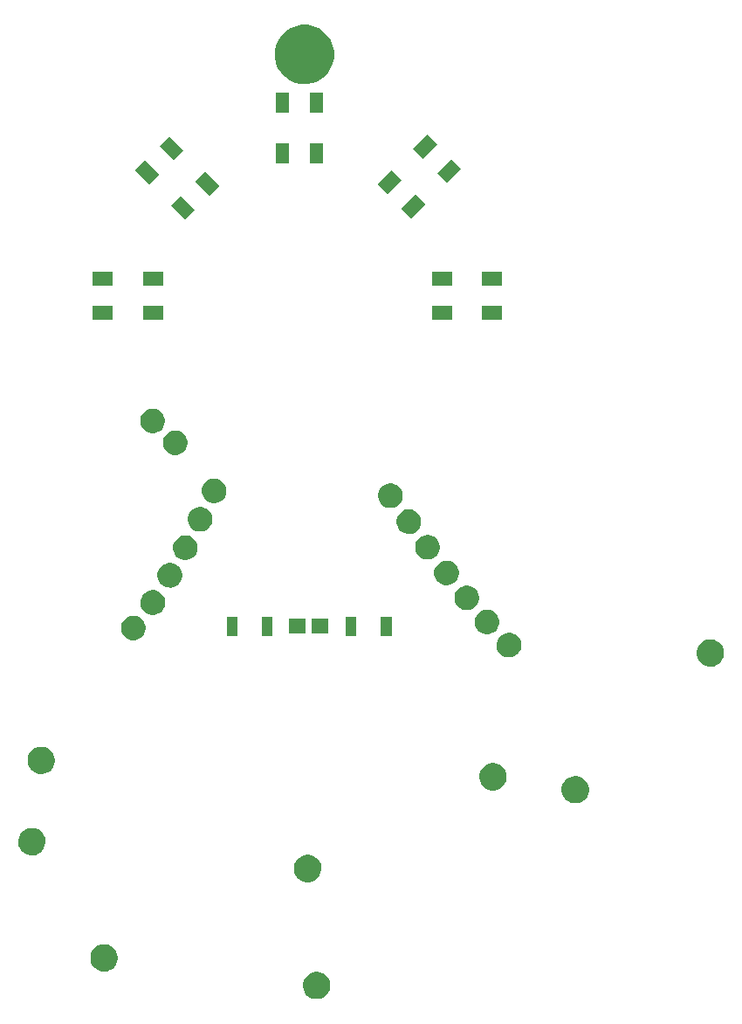
<source format=gts>
%TF.GenerationSoftware,KiCad,Pcbnew,no-vcs-found-08a9dc0~61~ubuntu16.04.1*%
%TF.CreationDate,2017-11-29T13:42:57-07:00*%
%TF.ProjectId,001,3030312E6B696361645F706362000000,rev?*%
%TF.SameCoordinates,Original*%
%TF.FileFunction,Soldermask,Top*%
%TF.FilePolarity,Negative*%
%FSLAX46Y46*%
G04 Gerber Fmt 4.6, Leading zero omitted, Abs format (unit mm)*
G04 Created by KiCad (PCBNEW no-vcs-found-08a9dc0~61~ubuntu16.04.1) date Wed Nov 29 13:42:57 2017*
%MOMM*%
%LPD*%
G01*
G04 APERTURE LIST*
%ADD10C,0.100000*%
G04 APERTURE END LIST*
D10*
G36*
X131837300Y-135217681D02*
X132092062Y-135269977D01*
X132331829Y-135370765D01*
X132547445Y-135516200D01*
X132730707Y-135700745D01*
X132874632Y-135917372D01*
X132973742Y-136157828D01*
X133024189Y-136412610D01*
X133024189Y-136412615D01*
X133024257Y-136412959D01*
X133020109Y-136710021D01*
X133020032Y-136710359D01*
X133020032Y-136710368D01*
X132962490Y-136963643D01*
X132856707Y-137201235D01*
X132706786Y-137413760D01*
X132518442Y-137593118D01*
X132298847Y-137732478D01*
X132056367Y-137826529D01*
X131800239Y-137871692D01*
X131540213Y-137866245D01*
X131286197Y-137810396D01*
X131047867Y-137706272D01*
X130834304Y-137557842D01*
X130653636Y-137370755D01*
X130512747Y-137152138D01*
X130417003Y-136910315D01*
X130370055Y-136654513D01*
X130373685Y-136394456D01*
X130427760Y-136140055D01*
X130530216Y-135901006D01*
X130677155Y-135686409D01*
X130862974Y-135504440D01*
X131080603Y-135362028D01*
X131321748Y-135264599D01*
X131577219Y-135215866D01*
X131837300Y-135217681D01*
X131837300Y-135217681D01*
G37*
G36*
X111223300Y-132555681D02*
X111478062Y-132607977D01*
X111717829Y-132708765D01*
X111933445Y-132854200D01*
X112116707Y-133038745D01*
X112260632Y-133255372D01*
X112359742Y-133495828D01*
X112410189Y-133750610D01*
X112410189Y-133750615D01*
X112410257Y-133750959D01*
X112406109Y-134048021D01*
X112406032Y-134048359D01*
X112406032Y-134048368D01*
X112348490Y-134301643D01*
X112242707Y-134539235D01*
X112092786Y-134751760D01*
X111904442Y-134931118D01*
X111684847Y-135070478D01*
X111442367Y-135164529D01*
X111186239Y-135209692D01*
X110926213Y-135204245D01*
X110672197Y-135148396D01*
X110433867Y-135044272D01*
X110220304Y-134895842D01*
X110039636Y-134708755D01*
X109898747Y-134490138D01*
X109803003Y-134248315D01*
X109756055Y-133992513D01*
X109759685Y-133732456D01*
X109813760Y-133478055D01*
X109916216Y-133239006D01*
X110063155Y-133024409D01*
X110248974Y-132842440D01*
X110466603Y-132700028D01*
X110707748Y-132602599D01*
X110963219Y-132553866D01*
X111223300Y-132555681D01*
X111223300Y-132555681D01*
G37*
G36*
X130969300Y-123878681D02*
X131224062Y-123930977D01*
X131463829Y-124031765D01*
X131679445Y-124177200D01*
X131862707Y-124361745D01*
X132006632Y-124578372D01*
X132105742Y-124818828D01*
X132156189Y-125073610D01*
X132156189Y-125073615D01*
X132156257Y-125073959D01*
X132152109Y-125371021D01*
X132152032Y-125371359D01*
X132152032Y-125371368D01*
X132094490Y-125624643D01*
X131988707Y-125862235D01*
X131838786Y-126074760D01*
X131650442Y-126254118D01*
X131430847Y-126393478D01*
X131188367Y-126487529D01*
X130932239Y-126532692D01*
X130672213Y-126527245D01*
X130418197Y-126471396D01*
X130179867Y-126367272D01*
X129966304Y-126218842D01*
X129785636Y-126031755D01*
X129644747Y-125813138D01*
X129549003Y-125571315D01*
X129502055Y-125315513D01*
X129505685Y-125055456D01*
X129559760Y-124801055D01*
X129662216Y-124562006D01*
X129809155Y-124347409D01*
X129994974Y-124165440D01*
X130212603Y-124023028D01*
X130453748Y-123925599D01*
X130709219Y-123876866D01*
X130969300Y-123878681D01*
X130969300Y-123878681D01*
G37*
G36*
X104222300Y-121293681D02*
X104477062Y-121345977D01*
X104716829Y-121446765D01*
X104932445Y-121592200D01*
X105115707Y-121776745D01*
X105259632Y-121993372D01*
X105358742Y-122233828D01*
X105409189Y-122488610D01*
X105409189Y-122488615D01*
X105409257Y-122488959D01*
X105405109Y-122786021D01*
X105405032Y-122786359D01*
X105405032Y-122786368D01*
X105347490Y-123039643D01*
X105241707Y-123277235D01*
X105091786Y-123489760D01*
X104903442Y-123669118D01*
X104683847Y-123808478D01*
X104441367Y-123902529D01*
X104185239Y-123947692D01*
X103925213Y-123942245D01*
X103671197Y-123886396D01*
X103432867Y-123782272D01*
X103219304Y-123633842D01*
X103038636Y-123446755D01*
X102897747Y-123228138D01*
X102802003Y-122986315D01*
X102755055Y-122730513D01*
X102758685Y-122470456D01*
X102812760Y-122216055D01*
X102915216Y-121977006D01*
X103062155Y-121762409D01*
X103247974Y-121580440D01*
X103465603Y-121438028D01*
X103706748Y-121340599D01*
X103962219Y-121291866D01*
X104222300Y-121293681D01*
X104222300Y-121293681D01*
G37*
G36*
X156922300Y-116248681D02*
X157177062Y-116300977D01*
X157416829Y-116401765D01*
X157632445Y-116547200D01*
X157815707Y-116731745D01*
X157959632Y-116948372D01*
X158058742Y-117188828D01*
X158109189Y-117443610D01*
X158109189Y-117443615D01*
X158109257Y-117443959D01*
X158105109Y-117741021D01*
X158105032Y-117741359D01*
X158105032Y-117741368D01*
X158047490Y-117994643D01*
X157941707Y-118232235D01*
X157791786Y-118444760D01*
X157603442Y-118624118D01*
X157383847Y-118763478D01*
X157141367Y-118857529D01*
X156885239Y-118902692D01*
X156625213Y-118897245D01*
X156371197Y-118841396D01*
X156132867Y-118737272D01*
X155919304Y-118588842D01*
X155738636Y-118401755D01*
X155597747Y-118183138D01*
X155502003Y-117941315D01*
X155455055Y-117685513D01*
X155458685Y-117425456D01*
X155512760Y-117171055D01*
X155615216Y-116932006D01*
X155762155Y-116717409D01*
X155947974Y-116535440D01*
X156165603Y-116393028D01*
X156406748Y-116295599D01*
X156662219Y-116246866D01*
X156922300Y-116248681D01*
X156922300Y-116248681D01*
G37*
G36*
X148942300Y-115004681D02*
X149197062Y-115056977D01*
X149436829Y-115157765D01*
X149652445Y-115303200D01*
X149835707Y-115487745D01*
X149979632Y-115704372D01*
X150078742Y-115944828D01*
X150129189Y-116199610D01*
X150129189Y-116199615D01*
X150129257Y-116199959D01*
X150125109Y-116497021D01*
X150125032Y-116497359D01*
X150125032Y-116497368D01*
X150067490Y-116750643D01*
X149961707Y-116988235D01*
X149811786Y-117200760D01*
X149623442Y-117380118D01*
X149403847Y-117519478D01*
X149161367Y-117613529D01*
X148905239Y-117658692D01*
X148645213Y-117653245D01*
X148391197Y-117597396D01*
X148152867Y-117493272D01*
X147939304Y-117344842D01*
X147758636Y-117157755D01*
X147617747Y-116939138D01*
X147522003Y-116697315D01*
X147475055Y-116441513D01*
X147478685Y-116181456D01*
X147532760Y-115927055D01*
X147635216Y-115688006D01*
X147782155Y-115473409D01*
X147967974Y-115291440D01*
X148185603Y-115149028D01*
X148426748Y-115051599D01*
X148682219Y-115002866D01*
X148942300Y-115004681D01*
X148942300Y-115004681D01*
G37*
G36*
X105127300Y-113414681D02*
X105382062Y-113466977D01*
X105621829Y-113567765D01*
X105837445Y-113713200D01*
X106020707Y-113897745D01*
X106164632Y-114114372D01*
X106263742Y-114354828D01*
X106314189Y-114609610D01*
X106314189Y-114609615D01*
X106314257Y-114609959D01*
X106310109Y-114907021D01*
X106310032Y-114907359D01*
X106310032Y-114907368D01*
X106252490Y-115160643D01*
X106146707Y-115398235D01*
X105996786Y-115610760D01*
X105808442Y-115790118D01*
X105588847Y-115929478D01*
X105346367Y-116023529D01*
X105090239Y-116068692D01*
X104830213Y-116063245D01*
X104576197Y-116007396D01*
X104337867Y-115903272D01*
X104124304Y-115754842D01*
X103943636Y-115567755D01*
X103802747Y-115349138D01*
X103707003Y-115107315D01*
X103660055Y-114851513D01*
X103663685Y-114591456D01*
X103717760Y-114337055D01*
X103820216Y-114098006D01*
X103967155Y-113883409D01*
X104152974Y-113701440D01*
X104370603Y-113559028D01*
X104611748Y-113461599D01*
X104867219Y-113412866D01*
X105127300Y-113414681D01*
X105127300Y-113414681D01*
G37*
G36*
X170026300Y-103007681D02*
X170281062Y-103059977D01*
X170520829Y-103160765D01*
X170736445Y-103306200D01*
X170919707Y-103490745D01*
X171063632Y-103707372D01*
X171162742Y-103947828D01*
X171213189Y-104202610D01*
X171213189Y-104202615D01*
X171213257Y-104202959D01*
X171209109Y-104500021D01*
X171209032Y-104500359D01*
X171209032Y-104500368D01*
X171151490Y-104753643D01*
X171045707Y-104991235D01*
X170895786Y-105203760D01*
X170707442Y-105383118D01*
X170487847Y-105522478D01*
X170245367Y-105616529D01*
X169989239Y-105661692D01*
X169729213Y-105656245D01*
X169475197Y-105600396D01*
X169236867Y-105496272D01*
X169023304Y-105347842D01*
X168842636Y-105160755D01*
X168701747Y-104942138D01*
X168606003Y-104700315D01*
X168559055Y-104444513D01*
X168562685Y-104184456D01*
X168616760Y-103930055D01*
X168719216Y-103691006D01*
X168866155Y-103476409D01*
X169051974Y-103294440D01*
X169269603Y-103152028D01*
X169510748Y-103054599D01*
X169766219Y-103005866D01*
X170026300Y-103007681D01*
X170026300Y-103007681D01*
G37*
G36*
X150483394Y-102372993D02*
X150712721Y-102420068D01*
X150928551Y-102510794D01*
X151122638Y-102641708D01*
X151287610Y-102807834D01*
X151417164Y-103002831D01*
X151506379Y-103219281D01*
X151551783Y-103448593D01*
X151551783Y-103448598D01*
X151551851Y-103448942D01*
X151548117Y-103716347D01*
X151548040Y-103716685D01*
X151548040Y-103716693D01*
X151496250Y-103944649D01*
X151401028Y-104158521D01*
X151266075Y-104349829D01*
X151096534Y-104511281D01*
X150898863Y-104636726D01*
X150680588Y-104721389D01*
X150450033Y-104762043D01*
X150215965Y-104757140D01*
X149987309Y-104706866D01*
X149772772Y-104613138D01*
X149580534Y-104479529D01*
X149417898Y-104311114D01*
X149291076Y-104114325D01*
X149204890Y-103896644D01*
X149162629Y-103666380D01*
X149165897Y-103432286D01*
X149214574Y-103203283D01*
X149306801Y-102988099D01*
X149439070Y-102794926D01*
X149606338Y-102631124D01*
X149802241Y-102502929D01*
X150019311Y-102415227D01*
X150249277Y-102371359D01*
X150483394Y-102372993D01*
X150483394Y-102372993D01*
G37*
G36*
X114048394Y-100708993D02*
X114277721Y-100756068D01*
X114493551Y-100846794D01*
X114687638Y-100977708D01*
X114852610Y-101143834D01*
X114982164Y-101338831D01*
X115071379Y-101555281D01*
X115116783Y-101784593D01*
X115116783Y-101784598D01*
X115116851Y-101784942D01*
X115113117Y-102052347D01*
X115113040Y-102052685D01*
X115113040Y-102052693D01*
X115061250Y-102280649D01*
X114966028Y-102494521D01*
X114831075Y-102685829D01*
X114661534Y-102847281D01*
X114463863Y-102972726D01*
X114245588Y-103057389D01*
X114015033Y-103098043D01*
X113780965Y-103093140D01*
X113552309Y-103042866D01*
X113337772Y-102949138D01*
X113145534Y-102815529D01*
X112982898Y-102647114D01*
X112856076Y-102450325D01*
X112769890Y-102232644D01*
X112727629Y-102002380D01*
X112730897Y-101768286D01*
X112779574Y-101539283D01*
X112871801Y-101324099D01*
X113004070Y-101130926D01*
X113171338Y-100967124D01*
X113367241Y-100838929D01*
X113584311Y-100751227D01*
X113814277Y-100707359D01*
X114048394Y-100708993D01*
X114048394Y-100708993D01*
G37*
G36*
X124022200Y-102707200D02*
X122969800Y-102707200D01*
X122969800Y-100854800D01*
X124022200Y-100854800D01*
X124022200Y-102707200D01*
X124022200Y-102707200D01*
G37*
G36*
X127422200Y-102707200D02*
X126369800Y-102707200D01*
X126369800Y-100854800D01*
X127422200Y-100854800D01*
X127422200Y-102707200D01*
X127422200Y-102707200D01*
G37*
G36*
X135564200Y-102701200D02*
X134511800Y-102701200D01*
X134511800Y-100848800D01*
X135564200Y-100848800D01*
X135564200Y-102701200D01*
X135564200Y-102701200D01*
G37*
G36*
X138964200Y-102701200D02*
X137911800Y-102701200D01*
X137911800Y-100848800D01*
X138964200Y-100848800D01*
X138964200Y-102701200D01*
X138964200Y-102701200D01*
G37*
G36*
X148353394Y-100132993D02*
X148582721Y-100180068D01*
X148798551Y-100270794D01*
X148992638Y-100401708D01*
X149157610Y-100567834D01*
X149287164Y-100762831D01*
X149376379Y-100979281D01*
X149421783Y-101208593D01*
X149421783Y-101208598D01*
X149421851Y-101208942D01*
X149418117Y-101476347D01*
X149418040Y-101476685D01*
X149418040Y-101476693D01*
X149366250Y-101704649D01*
X149271028Y-101918521D01*
X149136075Y-102109829D01*
X148966534Y-102271281D01*
X148768863Y-102396726D01*
X148550588Y-102481389D01*
X148320033Y-102522043D01*
X148085965Y-102517140D01*
X147857309Y-102466866D01*
X147642772Y-102373138D01*
X147450534Y-102239529D01*
X147287898Y-102071114D01*
X147161076Y-101874325D01*
X147074890Y-101656644D01*
X147032629Y-101426380D01*
X147035897Y-101192286D01*
X147084574Y-100963283D01*
X147176801Y-100748099D01*
X147309070Y-100554926D01*
X147476338Y-100391124D01*
X147672241Y-100262929D01*
X147889311Y-100175227D01*
X148119277Y-100131359D01*
X148353394Y-100132993D01*
X148353394Y-100132993D01*
G37*
G36*
X132852200Y-102481200D02*
X131199800Y-102481200D01*
X131199800Y-101028800D01*
X132852200Y-101028800D01*
X132852200Y-102481200D01*
X132852200Y-102481200D01*
G37*
G36*
X130652200Y-102481200D02*
X128999800Y-102481200D01*
X128999800Y-101028800D01*
X130652200Y-101028800D01*
X130652200Y-102481200D01*
X130652200Y-102481200D01*
G37*
G36*
X115938394Y-98245693D02*
X116167721Y-98292768D01*
X116383551Y-98383494D01*
X116577638Y-98514408D01*
X116742610Y-98680534D01*
X116872164Y-98875531D01*
X116961379Y-99091981D01*
X117006783Y-99321293D01*
X117006783Y-99321298D01*
X117006851Y-99321642D01*
X117003117Y-99589047D01*
X117003040Y-99589385D01*
X117003040Y-99589393D01*
X116951250Y-99817349D01*
X116856028Y-100031221D01*
X116721075Y-100222529D01*
X116551534Y-100383981D01*
X116353863Y-100509426D01*
X116135588Y-100594089D01*
X115905033Y-100634743D01*
X115670965Y-100629840D01*
X115442309Y-100579566D01*
X115227772Y-100485838D01*
X115035534Y-100352229D01*
X114872898Y-100183814D01*
X114746076Y-99987025D01*
X114659890Y-99769344D01*
X114617629Y-99539080D01*
X114620897Y-99304986D01*
X114669574Y-99075983D01*
X114761801Y-98860799D01*
X114894070Y-98667626D01*
X115061338Y-98503824D01*
X115257241Y-98375629D01*
X115474311Y-98287927D01*
X115704277Y-98244059D01*
X115938394Y-98245693D01*
X115938394Y-98245693D01*
G37*
G36*
X146383394Y-97783193D02*
X146612721Y-97830268D01*
X146828551Y-97920994D01*
X147022638Y-98051908D01*
X147187610Y-98218034D01*
X147317164Y-98413031D01*
X147406379Y-98629481D01*
X147451783Y-98858793D01*
X147451783Y-98858798D01*
X147451851Y-98859142D01*
X147448117Y-99126547D01*
X147448040Y-99126885D01*
X147448040Y-99126893D01*
X147396250Y-99354849D01*
X147301028Y-99568721D01*
X147166075Y-99760029D01*
X146996534Y-99921481D01*
X146798863Y-100046926D01*
X146580588Y-100131589D01*
X146350033Y-100172243D01*
X146115965Y-100167340D01*
X145887309Y-100117066D01*
X145672772Y-100023338D01*
X145480534Y-99889729D01*
X145317898Y-99721314D01*
X145191076Y-99524525D01*
X145104890Y-99306844D01*
X145062629Y-99076580D01*
X145065897Y-98842486D01*
X145114574Y-98613483D01*
X145206801Y-98398299D01*
X145339070Y-98205126D01*
X145506338Y-98041324D01*
X145702241Y-97913129D01*
X145919311Y-97825427D01*
X146149277Y-97781559D01*
X146383394Y-97783193D01*
X146383394Y-97783193D01*
G37*
G36*
X117589394Y-95609193D02*
X117818721Y-95656268D01*
X118034551Y-95746994D01*
X118228638Y-95877908D01*
X118393610Y-96044034D01*
X118523164Y-96239031D01*
X118612379Y-96455481D01*
X118657783Y-96684793D01*
X118657783Y-96684798D01*
X118657851Y-96685142D01*
X118654117Y-96952547D01*
X118654040Y-96952885D01*
X118654040Y-96952893D01*
X118602250Y-97180849D01*
X118507028Y-97394721D01*
X118372075Y-97586029D01*
X118202534Y-97747481D01*
X118004863Y-97872926D01*
X117786588Y-97957589D01*
X117556033Y-97998243D01*
X117321965Y-97993340D01*
X117093309Y-97943066D01*
X116878772Y-97849338D01*
X116686534Y-97715729D01*
X116523898Y-97547314D01*
X116397076Y-97350525D01*
X116310890Y-97132844D01*
X116268629Y-96902580D01*
X116271897Y-96668486D01*
X116320574Y-96439483D01*
X116412801Y-96224299D01*
X116545070Y-96031126D01*
X116712338Y-95867324D01*
X116908241Y-95739129D01*
X117125311Y-95651427D01*
X117355277Y-95607559D01*
X117589394Y-95609193D01*
X117589394Y-95609193D01*
G37*
G36*
X144429394Y-95377993D02*
X144658721Y-95425068D01*
X144874551Y-95515794D01*
X145068638Y-95646708D01*
X145233610Y-95812834D01*
X145363164Y-96007831D01*
X145452379Y-96224281D01*
X145497783Y-96453593D01*
X145497783Y-96453598D01*
X145497851Y-96453942D01*
X145494117Y-96721347D01*
X145494040Y-96721685D01*
X145494040Y-96721693D01*
X145442250Y-96949649D01*
X145347028Y-97163521D01*
X145212075Y-97354829D01*
X145042534Y-97516281D01*
X144844863Y-97641726D01*
X144626588Y-97726389D01*
X144396033Y-97767043D01*
X144161965Y-97762140D01*
X143933309Y-97711866D01*
X143718772Y-97618138D01*
X143526534Y-97484529D01*
X143363898Y-97316114D01*
X143237076Y-97119325D01*
X143150890Y-96901644D01*
X143108629Y-96671380D01*
X143111897Y-96437286D01*
X143160574Y-96208283D01*
X143252801Y-95993099D01*
X143385070Y-95799926D01*
X143552338Y-95636124D01*
X143748241Y-95507929D01*
X143965311Y-95420227D01*
X144195277Y-95376359D01*
X144429394Y-95377993D01*
X144429394Y-95377993D01*
G37*
G36*
X119098394Y-92926893D02*
X119327721Y-92973968D01*
X119543551Y-93064694D01*
X119737638Y-93195608D01*
X119902610Y-93361734D01*
X120032164Y-93556731D01*
X120121379Y-93773181D01*
X120166783Y-94002493D01*
X120166783Y-94002498D01*
X120166851Y-94002842D01*
X120163117Y-94270247D01*
X120163040Y-94270585D01*
X120163040Y-94270593D01*
X120111250Y-94498549D01*
X120016028Y-94712421D01*
X119881075Y-94903729D01*
X119711534Y-95065181D01*
X119513863Y-95190626D01*
X119295588Y-95275289D01*
X119065033Y-95315943D01*
X118830965Y-95311040D01*
X118602309Y-95260766D01*
X118387772Y-95167038D01*
X118195534Y-95033429D01*
X118032898Y-94865014D01*
X117906076Y-94668225D01*
X117819890Y-94450544D01*
X117777629Y-94220280D01*
X117780897Y-93986186D01*
X117829574Y-93757183D01*
X117921801Y-93541999D01*
X118054070Y-93348826D01*
X118221338Y-93185024D01*
X118417241Y-93056829D01*
X118634311Y-92969127D01*
X118864277Y-92925259D01*
X119098394Y-92926893D01*
X119098394Y-92926893D01*
G37*
G36*
X142595394Y-92891393D02*
X142824721Y-92938468D01*
X143040551Y-93029194D01*
X143234638Y-93160108D01*
X143399610Y-93326234D01*
X143529164Y-93521231D01*
X143618379Y-93737681D01*
X143663783Y-93966993D01*
X143663783Y-93966998D01*
X143663851Y-93967342D01*
X143660117Y-94234747D01*
X143660040Y-94235085D01*
X143660040Y-94235093D01*
X143608250Y-94463049D01*
X143513028Y-94676921D01*
X143378075Y-94868229D01*
X143208534Y-95029681D01*
X143010863Y-95155126D01*
X142792588Y-95239789D01*
X142562033Y-95280443D01*
X142327965Y-95275540D01*
X142099309Y-95225266D01*
X141884772Y-95131538D01*
X141692534Y-94997929D01*
X141529898Y-94829514D01*
X141403076Y-94632725D01*
X141316890Y-94415044D01*
X141274629Y-94184780D01*
X141277897Y-93950686D01*
X141326574Y-93721683D01*
X141418801Y-93506499D01*
X141551070Y-93313326D01*
X141718338Y-93149524D01*
X141914241Y-93021329D01*
X142131311Y-92933627D01*
X142361277Y-92889759D01*
X142595394Y-92891393D01*
X142595394Y-92891393D01*
G37*
G36*
X140772394Y-90407193D02*
X141001721Y-90454268D01*
X141217551Y-90544994D01*
X141411638Y-90675908D01*
X141576610Y-90842034D01*
X141706164Y-91037031D01*
X141795379Y-91253481D01*
X141840783Y-91482793D01*
X141840783Y-91482798D01*
X141840851Y-91483142D01*
X141837117Y-91750547D01*
X141837040Y-91750885D01*
X141837040Y-91750893D01*
X141785250Y-91978849D01*
X141690028Y-92192721D01*
X141555075Y-92384029D01*
X141385534Y-92545481D01*
X141187863Y-92670926D01*
X140969588Y-92755589D01*
X140739033Y-92796243D01*
X140504965Y-92791340D01*
X140276309Y-92741066D01*
X140061772Y-92647338D01*
X139869534Y-92513729D01*
X139706898Y-92345314D01*
X139580076Y-92148525D01*
X139493890Y-91930844D01*
X139451629Y-91700580D01*
X139454897Y-91466486D01*
X139503574Y-91237483D01*
X139595801Y-91022299D01*
X139728070Y-90829126D01*
X139895338Y-90665324D01*
X140091241Y-90537129D01*
X140308311Y-90449427D01*
X140538277Y-90405559D01*
X140772394Y-90407193D01*
X140772394Y-90407193D01*
G37*
G36*
X120515394Y-90178593D02*
X120744721Y-90225668D01*
X120960551Y-90316394D01*
X121154638Y-90447308D01*
X121319610Y-90613434D01*
X121449164Y-90808431D01*
X121538379Y-91024881D01*
X121583783Y-91254193D01*
X121583783Y-91254198D01*
X121583851Y-91254542D01*
X121580117Y-91521947D01*
X121580040Y-91522285D01*
X121580040Y-91522293D01*
X121528250Y-91750249D01*
X121433028Y-91964121D01*
X121298075Y-92155429D01*
X121128534Y-92316881D01*
X120930863Y-92442326D01*
X120712588Y-92526989D01*
X120482033Y-92567643D01*
X120247965Y-92562740D01*
X120019309Y-92512466D01*
X119804772Y-92418738D01*
X119612534Y-92285129D01*
X119449898Y-92116714D01*
X119323076Y-91919925D01*
X119236890Y-91702244D01*
X119194629Y-91471980D01*
X119197897Y-91237886D01*
X119246574Y-91008883D01*
X119338801Y-90793699D01*
X119471070Y-90600526D01*
X119638338Y-90436724D01*
X119834241Y-90308529D01*
X120051311Y-90220827D01*
X120281277Y-90176959D01*
X120515394Y-90178593D01*
X120515394Y-90178593D01*
G37*
G36*
X138984394Y-87892593D02*
X139213721Y-87939668D01*
X139429551Y-88030394D01*
X139623638Y-88161308D01*
X139788610Y-88327434D01*
X139918164Y-88522431D01*
X140007379Y-88738881D01*
X140052783Y-88968193D01*
X140052783Y-88968198D01*
X140052851Y-88968542D01*
X140049117Y-89235947D01*
X140049040Y-89236285D01*
X140049040Y-89236293D01*
X139997250Y-89464249D01*
X139902028Y-89678121D01*
X139767075Y-89869429D01*
X139597534Y-90030881D01*
X139399863Y-90156326D01*
X139181588Y-90240989D01*
X138951033Y-90281643D01*
X138716965Y-90276740D01*
X138488309Y-90226466D01*
X138273772Y-90132738D01*
X138081534Y-89999129D01*
X137918898Y-89830714D01*
X137792076Y-89633925D01*
X137705890Y-89416244D01*
X137663629Y-89185980D01*
X137666897Y-88951886D01*
X137715574Y-88722883D01*
X137807801Y-88507699D01*
X137940070Y-88314526D01*
X138107338Y-88150724D01*
X138303241Y-88022529D01*
X138520311Y-87934827D01*
X138750277Y-87890959D01*
X138984394Y-87892593D01*
X138984394Y-87892593D01*
G37*
G36*
X121882394Y-87420193D02*
X122111721Y-87467268D01*
X122327551Y-87557994D01*
X122521638Y-87688908D01*
X122686610Y-87855034D01*
X122816164Y-88050031D01*
X122905379Y-88266481D01*
X122950783Y-88495793D01*
X122950783Y-88495798D01*
X122950851Y-88496142D01*
X122947117Y-88763547D01*
X122947040Y-88763885D01*
X122947040Y-88763893D01*
X122895250Y-88991849D01*
X122800028Y-89205721D01*
X122665075Y-89397029D01*
X122495534Y-89558481D01*
X122297863Y-89683926D01*
X122079588Y-89768589D01*
X121849033Y-89809243D01*
X121614965Y-89804340D01*
X121386309Y-89754066D01*
X121171772Y-89660338D01*
X120979534Y-89526729D01*
X120816898Y-89358314D01*
X120690076Y-89161525D01*
X120603890Y-88943844D01*
X120561629Y-88713580D01*
X120564897Y-88479486D01*
X120613574Y-88250483D01*
X120705801Y-88035299D01*
X120838070Y-87842126D01*
X121005338Y-87678324D01*
X121201241Y-87550129D01*
X121418311Y-87462427D01*
X121648277Y-87418559D01*
X121882394Y-87420193D01*
X121882394Y-87420193D01*
G37*
G36*
X118113394Y-82763193D02*
X118342721Y-82810268D01*
X118558551Y-82900994D01*
X118752638Y-83031908D01*
X118917610Y-83198034D01*
X119047164Y-83393031D01*
X119136379Y-83609481D01*
X119181783Y-83838793D01*
X119181783Y-83838798D01*
X119181851Y-83839142D01*
X119178117Y-84106547D01*
X119178040Y-84106885D01*
X119178040Y-84106893D01*
X119126250Y-84334849D01*
X119031028Y-84548721D01*
X118896075Y-84740029D01*
X118726534Y-84901481D01*
X118528863Y-85026926D01*
X118310588Y-85111589D01*
X118080033Y-85152243D01*
X117845965Y-85147340D01*
X117617309Y-85097066D01*
X117402772Y-85003338D01*
X117210534Y-84869729D01*
X117047898Y-84701314D01*
X116921076Y-84504525D01*
X116834890Y-84286844D01*
X116792629Y-84056580D01*
X116795897Y-83822486D01*
X116844574Y-83593483D01*
X116936801Y-83378299D01*
X117069070Y-83185126D01*
X117236338Y-83021324D01*
X117432241Y-82893129D01*
X117649311Y-82805427D01*
X117879277Y-82761559D01*
X118113394Y-82763193D01*
X118113394Y-82763193D01*
G37*
G36*
X115923394Y-80643193D02*
X116152721Y-80690268D01*
X116368551Y-80780994D01*
X116562638Y-80911908D01*
X116727610Y-81078034D01*
X116857164Y-81273031D01*
X116946379Y-81489481D01*
X116991783Y-81718793D01*
X116991783Y-81718798D01*
X116991851Y-81719142D01*
X116988117Y-81986547D01*
X116988040Y-81986885D01*
X116988040Y-81986893D01*
X116936250Y-82214849D01*
X116841028Y-82428721D01*
X116706075Y-82620029D01*
X116536534Y-82781481D01*
X116338863Y-82906926D01*
X116120588Y-82991589D01*
X115890033Y-83032243D01*
X115655965Y-83027340D01*
X115427309Y-82977066D01*
X115212772Y-82883338D01*
X115020534Y-82749729D01*
X114857898Y-82581314D01*
X114731076Y-82384525D01*
X114644890Y-82166844D01*
X114602629Y-81936580D01*
X114605897Y-81702486D01*
X114654574Y-81473483D01*
X114746801Y-81258299D01*
X114879070Y-81065126D01*
X115046338Y-80901324D01*
X115242241Y-80773129D01*
X115459311Y-80685427D01*
X115689277Y-80641559D01*
X115923394Y-80643193D01*
X115923394Y-80643193D01*
G37*
G36*
X111922800Y-72083400D02*
X109970400Y-72083400D01*
X109970400Y-70731000D01*
X111922800Y-70731000D01*
X111922800Y-72083400D01*
X111922800Y-72083400D01*
G37*
G36*
X116799600Y-72083400D02*
X114847200Y-72083400D01*
X114847200Y-70731000D01*
X116799600Y-70731000D01*
X116799600Y-72083400D01*
X116799600Y-72083400D01*
G37*
G36*
X144810800Y-72078400D02*
X142858400Y-72078400D01*
X142858400Y-70726000D01*
X144810800Y-70726000D01*
X144810800Y-72078400D01*
X144810800Y-72078400D01*
G37*
G36*
X149687600Y-72078400D02*
X147735200Y-72078400D01*
X147735200Y-70726000D01*
X149687600Y-70726000D01*
X149687600Y-72078400D01*
X149687600Y-72078400D01*
G37*
G36*
X116799600Y-68781400D02*
X114847200Y-68781400D01*
X114847200Y-67429000D01*
X116799600Y-67429000D01*
X116799600Y-68781400D01*
X116799600Y-68781400D01*
G37*
G36*
X111922800Y-68781400D02*
X109970400Y-68781400D01*
X109970400Y-67429000D01*
X111922800Y-67429000D01*
X111922800Y-68781400D01*
X111922800Y-68781400D01*
G37*
G36*
X149687600Y-68776400D02*
X147735200Y-68776400D01*
X147735200Y-67424000D01*
X149687600Y-67424000D01*
X149687600Y-68776400D01*
X149687600Y-68776400D01*
G37*
G36*
X144810800Y-68776400D02*
X142858400Y-68776400D01*
X142858400Y-67424000D01*
X144810800Y-67424000D01*
X144810800Y-68776400D01*
X144810800Y-68776400D01*
G37*
G36*
X119905199Y-61399574D02*
X118948908Y-62355865D01*
X117568353Y-60975310D01*
X118524644Y-60019019D01*
X119905199Y-61399574D01*
X119905199Y-61399574D01*
G37*
G36*
X142261647Y-60833010D02*
X140881092Y-62213565D01*
X139924801Y-61257274D01*
X141305356Y-59876719D01*
X142261647Y-60833010D01*
X142261647Y-60833010D01*
G37*
G36*
X122240065Y-59064708D02*
X121283774Y-60020999D01*
X119903219Y-58640444D01*
X120859510Y-57684153D01*
X122240065Y-59064708D01*
X122240065Y-59064708D01*
G37*
G36*
X139926781Y-58498144D02*
X138546226Y-59878699D01*
X137589935Y-58922408D01*
X138970490Y-57541853D01*
X139926781Y-58498144D01*
X139926781Y-58498144D01*
G37*
G36*
X116456781Y-57951156D02*
X115500490Y-58907447D01*
X114119935Y-57526892D01*
X115076226Y-56570601D01*
X116456781Y-57951156D01*
X116456781Y-57951156D01*
G37*
G36*
X145710065Y-57384592D02*
X144329510Y-58765147D01*
X143373219Y-57808856D01*
X144753774Y-56428301D01*
X145710065Y-57384592D01*
X145710065Y-57384592D01*
G37*
G36*
X129057200Y-56889400D02*
X127704800Y-56889400D01*
X127704800Y-54937000D01*
X129057200Y-54937000D01*
X129057200Y-56889400D01*
X129057200Y-56889400D01*
G37*
G36*
X132359200Y-56889400D02*
X131006800Y-56889400D01*
X131006800Y-54937000D01*
X132359200Y-54937000D01*
X132359200Y-56889400D01*
X132359200Y-56889400D01*
G37*
G36*
X118791647Y-55616290D02*
X117835356Y-56572581D01*
X116454801Y-55192026D01*
X117411092Y-54235735D01*
X118791647Y-55616290D01*
X118791647Y-55616290D01*
G37*
G36*
X143375199Y-55049726D02*
X141994644Y-56430281D01*
X141038353Y-55473990D01*
X142418908Y-54093435D01*
X143375199Y-55049726D01*
X143375199Y-55049726D01*
G37*
G36*
X129057200Y-52012600D02*
X127704800Y-52012600D01*
X127704800Y-50060200D01*
X129057200Y-50060200D01*
X129057200Y-52012600D01*
X129057200Y-52012600D01*
G37*
G36*
X132359200Y-52012600D02*
X131006800Y-52012600D01*
X131006800Y-50060200D01*
X132359200Y-50060200D01*
X132359200Y-52012600D01*
X132359200Y-52012600D01*
G37*
G36*
X130817103Y-43453013D02*
X131369628Y-43566431D01*
X131889613Y-43785012D01*
X132357233Y-44100426D01*
X132754683Y-44500660D01*
X133066823Y-44970470D01*
X133281767Y-45491961D01*
X133391256Y-46044925D01*
X133391256Y-46044930D01*
X133391324Y-46045274D01*
X133382328Y-46689528D01*
X133382251Y-46689866D01*
X133382251Y-46689874D01*
X133257364Y-47239566D01*
X133027945Y-47754850D01*
X132702806Y-48215763D01*
X132294335Y-48604745D01*
X131818090Y-48906979D01*
X131292208Y-49110955D01*
X130736729Y-49208902D01*
X130172799Y-49197088D01*
X129621903Y-49075966D01*
X129105025Y-48850148D01*
X128641858Y-48528238D01*
X128250034Y-48122493D01*
X127944481Y-47648368D01*
X127736838Y-47123920D01*
X127635017Y-46569141D01*
X127642892Y-46005143D01*
X127760166Y-45453414D01*
X127982368Y-44934975D01*
X128301040Y-44469567D01*
X128704039Y-44074921D01*
X129176020Y-43766066D01*
X129699001Y-43554767D01*
X130253059Y-43449076D01*
X130817103Y-43453013D01*
X130817103Y-43453013D01*
G37*
M02*

</source>
